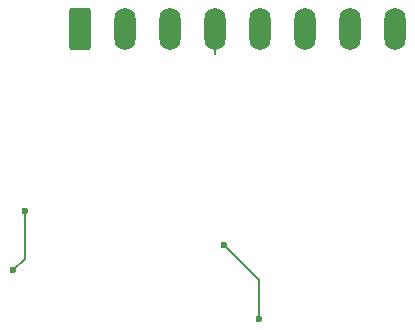
<source format=gbr>
%TF.GenerationSoftware,KiCad,Pcbnew,9.0.6*%
%TF.CreationDate,2025-11-17T15:00:12+03:00*%
%TF.ProjectId,TempControl4ch,54656d70-436f-46e7-9472-6f6c3463682e,rev?*%
%TF.SameCoordinates,Original*%
%TF.FileFunction,Copper,L2,Bot*%
%TF.FilePolarity,Positive*%
%FSLAX46Y46*%
G04 Gerber Fmt 4.6, Leading zero omitted, Abs format (unit mm)*
G04 Created by KiCad (PCBNEW 9.0.6) date 2025-11-17 15:00:12*
%MOMM*%
%LPD*%
G01*
G04 APERTURE LIST*
G04 Aperture macros list*
%AMRoundRect*
0 Rectangle with rounded corners*
0 $1 Rounding radius*
0 $2 $3 $4 $5 $6 $7 $8 $9 X,Y pos of 4 corners*
0 Add a 4 corners polygon primitive as box body*
4,1,4,$2,$3,$4,$5,$6,$7,$8,$9,$2,$3,0*
0 Add four circle primitives for the rounded corners*
1,1,$1+$1,$2,$3*
1,1,$1+$1,$4,$5*
1,1,$1+$1,$6,$7*
1,1,$1+$1,$8,$9*
0 Add four rect primitives between the rounded corners*
20,1,$1+$1,$2,$3,$4,$5,0*
20,1,$1+$1,$4,$5,$6,$7,0*
20,1,$1+$1,$6,$7,$8,$9,0*
20,1,$1+$1,$8,$9,$2,$3,0*%
G04 Aperture macros list end*
%TA.AperFunction,ComponentPad*%
%ADD10RoundRect,0.250000X-0.650000X-1.550000X0.650000X-1.550000X0.650000X1.550000X-0.650000X1.550000X0*%
%TD*%
%TA.AperFunction,ComponentPad*%
%ADD11O,1.800000X3.600000*%
%TD*%
%TA.AperFunction,ViaPad*%
%ADD12C,0.600000*%
%TD*%
%TA.AperFunction,Conductor*%
%ADD13C,0.200000*%
%TD*%
G04 APERTURE END LIST*
D10*
%TO.P,J1,1,Pin_1*%
%TO.N,Net-(J1-Pin_1)*%
X130330000Y-64000000D03*
D11*
%TO.P,J1,2,Pin_2*%
%TO.N,Net-(J1-Pin_2)*%
X134140000Y-64000000D03*
%TO.P,J1,3,Pin_3*%
%TO.N,Net-(J1-Pin_3)*%
X137950000Y-64000000D03*
%TO.P,J1,4,Pin_4*%
%TO.N,Net-(J1-Pin_4)*%
X141760000Y-64000000D03*
%TO.P,J1,5,Pin_5*%
%TO.N,Net-(J1-Pin_5)*%
X145570000Y-64000000D03*
%TO.P,J1,6,Pin_6*%
%TO.N,Net-(J1-Pin_6)*%
X149380000Y-64000000D03*
%TO.P,J1,7,Pin_7*%
%TO.N,Net-(J1-Pin_7)*%
X153190000Y-64000000D03*
%TO.P,J1,8,Pin_8*%
%TO.N,Net-(J1-Pin_8)*%
X157000000Y-64000000D03*
%TD*%
D12*
%TO.N,VDD*%
X125662500Y-79435200D03*
X124692000Y-84426500D03*
X145521900Y-88509800D03*
X142550000Y-82306700D03*
%TD*%
D13*
%TO.N,Net-(J1-Pin_4)*%
X141760000Y-64000000D02*
X141760000Y-66101700D01*
%TO.N,VDD*%
X125662500Y-83456000D02*
X124692000Y-84426500D01*
X125662500Y-79435200D02*
X125662500Y-83456000D01*
X145521900Y-85278600D02*
X142550000Y-82306700D01*
X145521900Y-88509800D02*
X145521900Y-85278600D01*
%TD*%
M02*

</source>
